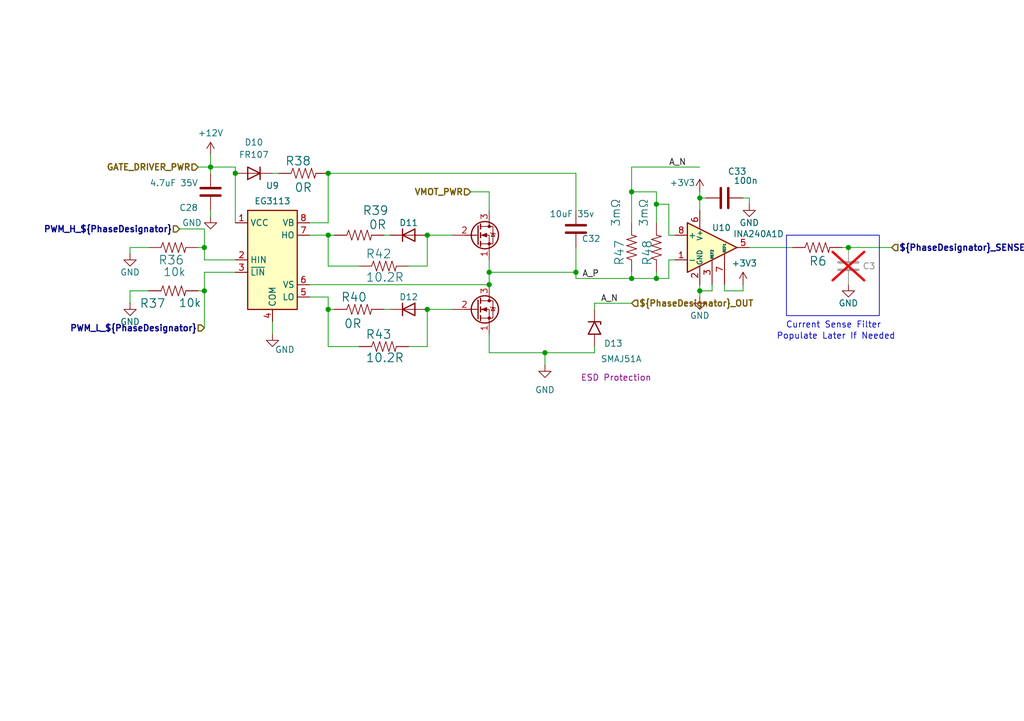
<source format=kicad_sch>
(kicad_sch (version 20231120) (generator "eeschema") (generator_version "8.0")
  (paper "A5")
  (title_block (title "BLDC Starting Point") (comment 1 "Florian, Josh and EMF Group Release"))
  (lib_symbols
    (symbol "Amplifier_Current:INA240A1D" (pin_names (offset 0.127))
      (property "Reference" "U" (at 3.81 3.81 0))
      (property "Value" "INA240A1D" (at 3.81 -2.54 0))
      (symbol "INA240A1D_0_1"
        (polyline (pts (xy 5.08 0) (xy -5.08 5.08) (xy -5.08 -5.08) (xy 5.08 0)) (stroke (width 0.254)) (fill (type background)))
      )
      (symbol "INA240A1D_1_1"
        (pin input line (at -7.62 -2.54 0) (length 2.54) (name "-") (number "1"))
        (pin power_in line (at -2.54 -7.62 90) (length 3.81) (name "GND") (number "2"))
        (pin passive line (at 0 -7.62 90) (length 5.08) (name "REF2") (number "3"))
        (pin passive line (at -2.54 -7.62 90) (length 3.81) hide (name "GND") (number "4"))
        (pin output line (at 7.62 0 180) (length 2.54) (name "~") (number "5"))
        (pin power_in line (at -2.54 7.62 270) (length 3.81) (name "V+") (number "6"))
        (pin passive line (at 2.54 -7.62 90) (length 6.35) (name "REF1") (number "7"))
        (pin input line (at -7.62 2.54 0) (length 2.54) (name "+") (number "8"))
      )
    )
    (symbol "Device:C" (pin_numbers hide) (pin_names (offset 0.254))
      (property "Reference" "C" (at 0.635 2.54 0))
      (property "Value" "C" (at 0.635 -2.54 0))
      (symbol "C_0_1"
        (polyline (pts (xy -2.032 -0.762) (xy 2.032 -0.762)) (stroke (width 0.508)))
        (polyline (pts (xy -2.032 0.762) (xy 2.032 0.762)) (stroke (width 0.508)))
      )
      (symbol "C_1_1"
        (pin passive line (at 0 3.81 270) (length 2.794) (name "~") (number "1"))
        (pin passive line (at 0 -3.81 90) (length 2.794) (name "~") (number "2"))
      )
    )
    (symbol "Device:D" (pin_numbers hide) (pin_names (offset 1.016) hide)
      (property "Reference" "D" (at 0 2.54 0))
      (property "Value" "D" (at 0 -2.54 0))
      (symbol "D_0_1"
        (polyline (pts (xy -1.27 1.27) (xy -1.27 -1.27)) (stroke (width 0.254)))
        (polyline (pts (xy 1.27 0) (xy -1.27 0)))
        (polyline (pts (xy 1.27 1.27) (xy 1.27 -1.27) (xy -1.27 0) (xy 1.27 1.27)) (stroke (width 0.254)))
      )
      (symbol "D_1_1"
        (pin passive line (at -3.81 0 0) (length 2.54) (name "K") (number "1"))
        (pin passive line (at 3.81 0 180) (length 2.54) (name "A") (number "2"))
      )
    )
    (symbol "Device:Q_NMOS_SGD" (pin_names (offset 0) hide)
      (property "Reference" "Q" (at 5.08 1.27 0))
      (property "Value" "Q_NMOS_SGD" (at 5.08 -1.27 0))
      (symbol "Q_NMOS_SGD_0_1"
        (polyline (pts (xy 0.254 0) (xy -2.54 0)))
        (polyline (pts (xy 0.254 1.905) (xy 0.254 -1.905)) (stroke (width 0.254)))
        (polyline (pts (xy 0.762 -1.27) (xy 0.762 -2.286)) (stroke (width 0.254)))
        (polyline (pts (xy 0.762 0.508) (xy 0.762 -0.508)) (stroke (width 0.254)))
        (polyline (pts (xy 0.762 2.286) (xy 0.762 1.27)) (stroke (width 0.254)))
        (polyline (pts (xy 2.54 2.54) (xy 2.54 1.778)))
        (polyline (pts (xy 2.54 -2.54) (xy 2.54 0) (xy 0.762 0)))
        (polyline (pts (xy 0.762 -1.778) (xy 3.302 -1.778) (xy 3.302 1.778) (xy 0.762 1.778)))
        (polyline (pts (xy 1.016 0) (xy 2.032 0.381) (xy 2.032 -0.381) (xy 1.016 0)) (fill (type outline)))
        (polyline (pts (xy 2.794 0.508) (xy 2.921 0.381) (xy 3.683 0.381) (xy 3.81 0.254)))
        (polyline (pts (xy 3.302 0.381) (xy 2.921 -0.254) (xy 3.683 -0.254) (xy 3.302 0.381)))
        (circle (center 1.651 0) (radius 2.794) (stroke (width 0.254)))
        (circle (center 2.54 -1.778) (radius 0.254) (fill (type outline)))
        (circle (center 2.54 1.778) (radius 0.254) (fill (type outline)))
      )
      (symbol "Q_NMOS_SGD_1_1"
        (pin passive line (at 2.54 -5.08 90) (length 2.54) (name "S") (number "1"))
        (pin input line (at -5.08 0 0) (length 5.08) (name "G") (number "2"))
        (pin passive line (at 2.54 5.08 270) (length 2.54) (name "D") (number "3"))
      )
    )
    (symbol "Diode:SMF54A" (pin_numbers hide) (pin_names (offset 1.016) hide)
      (property "Reference" "D" (at 0 2.54 0))
      (property "Value" "SMF54A" (at 0 -2.54 0))
      (symbol "SMF54A_0_1"
        (polyline (pts (xy -0.762 1.27) (xy -1.27 1.27) (xy -1.27 -1.27)) (stroke (width 0.254)))
        (polyline (pts (xy 1.27 1.27) (xy 1.27 -1.27) (xy -1.27 0) (xy 1.27 1.27)) (stroke (width 0.254)))
      )
      (symbol "SMF54A_1_1"
        (pin passive line (at -3.81 0 0) (length 2.54) (name "A1") (number "1"))
        (pin passive line (at 3.81 0 180) (length 2.54) (name "A2") (number "2"))
      )
    )
    (symbol "MotorBuck:EG2131"
      (property "Reference" "U101" (at 2.0194 15.24 0))
      (property "Value" "ABCDEF" (at 2.0194 12.7 0))
      (symbol "EG2131_0_1"
        (rectangle (start -5.08 -10.16) (end 5.08 10.16) (stroke (width 0.254)) (fill (type background)))
      )
      (symbol "EG2131_1_1"
        (pin power_in line (at -7.62 7.62 0) (length 2.54) (name "VCC") (number "1"))
        (pin input line (at -7.62 0 0) (length 2.54) (name "HIN") (number "2"))
        (pin input line (at -7.62 -2.54 0) (length 2.54) (name "~{LIN}") (number "3"))
        (pin power_in line (at 0 -12.7 90) (length 2.54) (name "COM") (number "4"))
        (pin output line (at 7.62 -7.62 180) (length 2.54) (name "LO") (number "5"))
        (pin passive line (at 7.62 -5.08 180) (length 2.54) (name "VS") (number "6"))
        (pin output line (at 7.62 5.08 180) (length 2.54) (name "HO") (number "7"))
        (pin passive line (at 7.62 7.62 180) (length 2.54) (name "VB") (number "8"))
      )
    )
    (symbol "MotorController:TAYLOR_RESISTOR" (pin_numbers hide) (pin_names (offset 1.016) hide)
      (property "Reference" "R" (at -3.81 1.4986 0))
      (property "Value" "TAYLOR_RESISTOR" (at -3.81 -3.302 0))
      (symbol "TAYLOR_RESISTOR_1_0"
        (polyline (pts (xy -2.54 0) (xy -2.159 1.016)))
        (polyline (pts (xy -2.159 1.016) (xy -1.524 -1.016)))
        (polyline (pts (xy -1.524 -1.016) (xy -0.889 1.016)))
        (polyline (pts (xy -0.889 1.016) (xy -0.254 -1.016)))
        (polyline (pts (xy -0.254 -1.016) (xy 0.381 1.016)))
        (polyline (pts (xy 0.381 1.016) (xy 1.016 -1.016)))
        (polyline (pts (xy 1.016 -1.016) (xy 1.651 1.016)))
        (polyline (pts (xy 1.651 1.016) (xy 2.286 -1.016)))
        (polyline (pts (xy 2.286 -1.016) (xy 2.54 0)))
      )
      (symbol "TAYLOR_RESISTOR_1_1"
        (pin passive line (at -5.08 0 0) (length 2.54) (name "1") (number "1"))
        (pin passive line (at 5.08 0 180) (length 2.54) (name "2") (number "2"))
      )
    )
    (symbol "power:+12V" (power) (pin_numbers hide) (pin_names (offset 0) hide)
      (property "Value" "+12V" (at 0 3.556 0))
      (symbol "+12V_0_1"
        (polyline (pts (xy -0.762 1.27) (xy 0 2.54)))
        (polyline (pts (xy 0 0) (xy 0 2.54)))
        (polyline (pts (xy 0 2.54) (xy 0.762 1.27)))
      )
      (symbol "+12V_1_1"
        (pin power_in line (at 0 0 90) (length 0) (name "~") (number "1"))
      )
    )
    (symbol "power:+3V3" (power) (pin_numbers hide) (pin_names (offset 0) hide)
      (property "Value" "+3V3" (at 0 3.556 0))
      (symbol "+3V3_0_1"
        (polyline (pts (xy -0.762 1.27) (xy 0 2.54)))
        (polyline (pts (xy 0 0) (xy 0 2.54)))
        (polyline (pts (xy 0 2.54) (xy 0.762 1.27)))
      )
      (symbol "+3V3_1_1"
        (pin power_in line (at 0 0 90) (length 0) (name "~") (number "1"))
      )
    )
    (symbol "power:GND" (power) (pin_numbers hide) (pin_names (offset 0) hide)
      (property "Value" "GND" (at 0 -3.81 0))
      (symbol "GND_0_1"
        (polyline (pts (xy 0 0) (xy 0 -1.27) (xy 1.27 -1.27) (xy 0 -2.54) (xy -1.27 -1.27) (xy 0 -1.27)))
      )
      (symbol "GND_1_1"
        (pin power_in line (at 0 0 270) (length 0) (name "~") (number "1"))
      )
    )
  )
  (junction (at 41.91 50.8))
  (junction (at 143.51 59.69))
  (junction (at 87.63 48.26))
  (junction (at 129.54 39.37))
  (junction (at 67.31 48.26))
  (junction (at 67.31 35.56))
  (junction (at 67.31 63.5))
  (junction (at 134.62 57.15))
  (junction (at 87.63 63.5))
  (junction (at 143.51 40.64))
  (junction (at 43.18 34.29))
  (junction (at 173.99 50.8))
  (junction (at 41.91 59.69))
  (junction (at 48.26 35.56))
  (junction (at 111.76 72.39))
  (junction (at 129.54 57.15))
  (junction (at 134.62 41.91))
  (junction (at 100.33 55.88))
  (junction (at 100.33 58.42))
  (junction (at 118.11 55.88))
  (wire (pts (xy 118.11 55.88) (xy 118.11 50.8)))
  (wire (pts (xy 148.59 58.42) (xy 148.59 59.69)))
  (wire (pts (xy 143.51 59.69) (xy 146.05 59.69)))
  (wire (pts (xy 152.4 40.64) (xy 153.67 40.64)))
  (wire (pts (xy 63.5 45.72) (xy 67.31 45.72)))
  (wire (pts (xy 134.62 55.88) (xy 134.62 57.15)))
  (wire (pts (xy 41.91 53.34) (xy 48.26 53.34)))
  (wire (pts (xy 146.05 58.42) (xy 146.05 59.69)))
  (wire (pts (xy 63.5 60.96) (xy 67.31 60.96)))
  (wire (pts (xy 143.51 40.64) (xy 143.51 43.18)))
  (wire (pts (xy 134.62 57.15) (xy 137.16 57.15)))
  (wire (pts (xy 96.52 39.37) (xy 100.33 39.37)))
  (wire (pts (xy 143.51 40.64) (xy 144.78 40.64)))
  (wire (pts (xy 100.33 68.58) (xy 100.33 72.39)))
  (wire (pts (xy 100.33 39.37) (xy 100.33 43.18)))
  (wire (pts (xy 40.64 59.69) (xy 41.91 59.69)))
  (wire (pts (xy 87.63 63.5) (xy 87.63 71.12)))
  (wire (pts (xy 67.31 63.5) (xy 68.58 63.5)))
  (wire (pts (xy 121.92 62.23) (xy 129.54 62.23)))
  (wire (pts (xy 67.31 48.26) (xy 68.58 48.26)))
  (wire (pts (xy 153.67 40.64) (xy 153.67 41.91)))
  (wire (pts (xy 87.63 48.26) (xy 87.63 54.61)))
  (wire (pts (xy 118.11 55.88) (xy 118.11 57.15)))
  (wire (pts (xy 129.54 55.88) (xy 129.54 57.15)))
  (wire (pts (xy 152.4 58.42) (xy 152.4 59.69)))
  (wire (pts (xy 137.16 41.91) (xy 137.16 48.26)))
  (wire (pts (xy 129.54 57.15) (xy 134.62 57.15)))
  (wire (pts (xy 26.67 59.69) (xy 30.48 59.69)))
  (wire (pts (xy 92.71 63.5) (xy 87.63 63.5)))
  (wire (pts (xy 137.16 53.34) (xy 138.43 53.34)))
  (wire (pts (xy 111.76 72.39) (xy 121.92 72.39)))
  (wire (pts (xy 67.31 60.96) (xy 67.31 63.5)))
  (wire (pts (xy 143.51 58.42) (xy 143.51 59.69)))
  (wire (pts (xy 41.91 55.88) (xy 48.26 55.88)))
  (wire (pts (xy 63.5 58.42) (xy 100.33 58.42)))
  (wire (pts (xy 63.5 48.26) (xy 67.31 48.26)))
  (wire (pts (xy 40.64 50.8) (xy 41.91 50.8)))
  (wire (pts (xy 87.63 71.12) (xy 83.82 71.12)))
  (wire (pts (xy 41.91 50.8) (xy 41.91 53.34)))
  (wire (pts (xy 100.33 53.34) (xy 100.33 55.88)))
  (wire (pts (xy 80.01 63.5) (xy 78.74 63.5)))
  (wire (pts (xy 48.26 35.56) (xy 48.26 45.72)))
  (wire (pts (xy 26.67 59.69) (xy 26.67 62.23)))
  (wire (pts (xy 40.64 34.29) (xy 43.18 34.29)))
  (wire (pts (xy 41.91 59.69) (xy 41.91 67.31)))
  (wire (pts (xy 87.63 54.61) (xy 83.82 54.61)))
  (wire (pts (xy 26.67 50.8) (xy 26.67 52.07)))
  (wire (pts (xy 111.76 72.39) (xy 111.76 74.93)))
  (wire (pts (xy 172.72 50.8) (xy 173.99 50.8)))
  (wire (pts (xy 43.18 43.18) (xy 43.18 44.45)))
  (wire (pts (xy 67.31 35.56) (xy 67.31 45.72)))
  (wire (pts (xy 55.88 66.04) (xy 55.88 68.58)))
  (wire (pts (xy 143.51 59.69) (xy 143.51 60.96)))
  (wire (pts (xy 121.92 62.23) (xy 121.92 63.5)))
  (wire (pts (xy 129.54 39.37) (xy 134.62 39.37)))
  (wire (pts (xy 41.91 46.99) (xy 41.91 50.8)))
  (wire (pts (xy 36.83 46.99) (xy 41.91 46.99)))
  (wire (pts (xy 148.59 59.69) (xy 152.4 59.69)))
  (wire (pts (xy 129.54 39.37) (xy 129.54 45.72)))
  (wire (pts (xy 137.16 48.26) (xy 138.43 48.26)))
  (wire (pts (xy 41.91 55.88) (xy 41.91 59.69)))
  (wire (pts (xy 43.18 31.75) (xy 43.18 34.29)))
  (wire (pts (xy 118.11 57.15) (xy 129.54 57.15)))
  (wire (pts (xy 134.62 41.91) (xy 134.62 45.72)))
  (wire (pts (xy 129.54 34.29) (xy 143.51 34.29)))
  (wire (pts (xy 67.31 63.5) (xy 67.31 71.12)))
  (wire (pts (xy 129.54 39.37) (xy 129.54 34.29)))
  (wire (pts (xy 153.67 50.8) (xy 162.56 50.8)))
  (wire (pts (xy 48.26 34.29) (xy 48.26 35.56)))
  (wire (pts (xy 100.33 55.88) (xy 100.33 58.42)))
  (wire (pts (xy 87.63 48.26) (xy 92.71 48.26)))
  (wire (pts (xy 137.16 53.34) (xy 137.16 57.15)))
  (wire (pts (xy 67.31 71.12) (xy 73.66 71.12)))
  (wire (pts (xy 67.31 48.26) (xy 67.31 54.61)))
  (wire (pts (xy 134.62 39.37) (xy 134.62 41.91)))
  (wire (pts (xy 67.31 54.61) (xy 73.66 54.61)))
  (wire (pts (xy 78.74 48.26) (xy 80.01 48.26)))
  (wire (pts (xy 143.51 39.37) (xy 143.51 40.64)))
  (wire (pts (xy 26.67 50.8) (xy 30.48 50.8)))
  (wire (pts (xy 43.18 34.29) (xy 48.26 34.29)))
  (wire (pts (xy 173.99 50.8) (xy 182.88 50.8)))
  (wire (pts (xy 100.33 72.39) (xy 111.76 72.39)))
  (wire (pts (xy 43.18 34.29) (xy 43.18 35.56)))
  (wire (pts (xy 67.31 35.56) (xy 118.11 35.56)))
  (wire (pts (xy 55.88 35.56) (xy 57.15 35.56)))
  (wire (pts (xy 121.92 71.12) (xy 121.92 72.39)))
  (wire (pts (xy 134.62 41.91) (xy 137.16 41.91)))
  (wire (pts (xy 118.11 43.18) (xy 118.11 35.56)))
  (wire (pts (xy 100.33 55.88) (xy 118.11 55.88)))
  (rectangle (start 161.29 48.26) (end 180.34 64.77))
  (text "Populate Later If Needed" (at 171.45 69.088 0) (effects (font (size 1.27 1.27))))
  (text "Current Sense Filter" (at 170.942 66.802 0) (effects (font (size 1.27 1.27))))
  (label "A_N" (at 123.19 62.23 0))
  (label "A_P" (at 119.38 57.15 0))
  (label "A_N" (at 137.16 34.29 0))
  (hierarchical_label "${PhaseDesignator}_SENSE" (shape input) (at 182.88 50.8 0) (effects (font (bold yes))))
  (hierarchical_label "${PhaseDesignator}_OUT" (shape input) (at 129.54 62.23 0) (effects (font (bold yes))))
  (hierarchical_label "GATE_DRIVER_PWR" (shape input) (at 40.64 34.29 180) (effects (font (bold yes))))
  (hierarchical_label "PWM_L_${PhaseDesignator}" (shape input) (at 41.91 67.31 180) (effects (font (bold yes))))
  (hierarchical_label "PWM_H_${PhaseDesignator}" (shape input) (at 36.83 46.99 180) (effects (font (bold yes))))
  (hierarchical_label "VMOT_PWR" (shape input) (at 96.52 39.37 180) (effects (font (bold yes))))
  (symbol (lib_id "power:+3V3") (at 152.4 58.42 0) (mirror y) (unit 1)
    (property "Reference" "#PWR066" (effects (hide yes)))
    (property "Value" "+3V3" (at 152.654 54.0258 0))
    (property "Description" "Power symbol creates a global label with name \"+3V3\"" (effects (hide yes)))
    (instances (project "BaselineRP2040MotorController" (path "" (reference "#PWR066") (unit 1)) (path "" (reference "#PWR042") (unit 1)) (path "" (reference "#PWR054") (unit 1))))
  )
  (symbol (lib_id "power:GND") (at 55.88 68.58 0) (unit 1)
    (property "Reference" "#PWR060" (effects (hide yes)))
    (property "Value" "GND" (at 58.42 71.755 0))
    (property "Description" "Power symbol creates a global label with name \"GND\" , ground" (effects (hide yes)))
    (instances (project "BaselineRP2040MotorController" (path "" (reference "#PWR060") (unit 1)) (path "" (reference "#PWR036") (unit 1)) (path "" (reference "#PWR048") (unit 1))))
  )
  (symbol (lib_id "MotorController:TAYLOR_RESISTOR") (at 78.74 71.12 0) (unit 1)
    (property "Reference" "R43" (at 74.93 69.6214 0) (effects (font (size 1.778 1.778)) (justify left bottom)))
    (property "Value" "10.2R" (at 74.93 74.422 0) (effects (font (size 1.778 1.778)) (justify left bottom)))
    (property "Footprint" "Resistor_SMD:R_0603_1608Metric" (effects (hide yes)))
    (property "LCSC" "C2933129" (effects (hide yes)))
    (instances (project "BaselineRP2040MotorController" (path "" (reference "R43") (unit 1)) (path "" (reference "R17") (unit 1)) (path "" (reference "R30") (unit 1))))
  )
  (symbol (lib_id "MotorController:TAYLOR_RESISTOR") (at 167.64 50.8 0) (unit 1)
    (property "Reference" "R4" (at 165.862 54.61 0) (effects (font (size 1.778 1.778)) (justify left bottom)))
    (property "Value" "0" (effects (hide yes)))
    (property "Footprint" "Resistor_SMD:R_0603_1608Metric" (effects (hide yes)))
    (property "LCSC" "C2933129" (effects (hide yes)))
    (instances (project "BaselineRP2040MotorController" (path "" (reference "R6") (unit 1)) (path "" (reference "R4") (unit 1)) (path "" (reference "R5") (unit 1))))
  )
  (symbol (lib_id "Device:D") (at 52.07 35.56 180) (unit 1)
    (property "Reference" "D10" (at 52.07 29.21 0))
    (property "Value" "FR107" (at 52.07 31.75 0))
    (property "Footprint" "Diode_SMD:D_SOD-123" (effects (hide yes)))
    (property "Description" "Diode" (effects (hide yes)))
    (property "LCSC" "C511885" (effects (hide yes)))
    (property "Sim.Device" "D" (effects (hide yes)))
    (property "Sim.Pins" "1=K 2=A" (effects (hide yes)))
    (instances (project "BaselineRP2040MotorController" (path "" (reference "D10") (unit 1)) (path "" (reference "D2") (unit 1)) (path "" (reference "D6") (unit 1))))
  )
  (symbol (lib_id "power:GND") (at 173.99 58.42 0) (unit 1)
    (property "Reference" "#PWR03" (effects (hide yes)))
    (property "Value" "GND" (at 173.99 62.23 0))
    (property "Description" "Power symbol creates a global label with name \"GND\" , ground" (effects (hide yes)))
    (instances (project "BaselineRP2040MotorController" (path "" (reference "#PWR05") (unit 1)) (path "" (reference "#PWR03") (unit 1)) (path "" (reference "#PWR04") (unit 1))))
  )
  (symbol (lib_id "power:+3V3") (at 143.51 39.37 0) (mirror y) (unit 1)
    (property "Reference" "#PWR064" (effects (hide yes)))
    (property "Value" "+3V3" (at 139.954 37.5158 0))
    (property "Description" "Power symbol creates a global label with name \"+3V3\"" (effects (hide yes)))
    (instances (project "BaselineRP2040MotorController" (path "" (reference "#PWR064") (unit 1)) (path "" (reference "#PWR040") (unit 1)) (path "" (reference "#PWR052") (unit 1))))
  )
  (symbol (lib_id "Device:D") (at 83.82 48.26 0) (unit 1)
    (property "Reference" "D11" (at 83.82 45.72 0))
    (property "Value" "CDBU0130R-HF" (effects (hide yes)))
    (property "Footprint" "Diode_SMD:D_SOD-523" (effects (hide yes)))
    (property "Description" "Diode" (effects (hide yes)))
    (property "LCSC" "C2886025" (effects (hide yes)))
    (property "Sim.Device" "D" (effects (hide yes)))
    (property "Sim.Pins" "1=K 2=A" (effects (hide yes)))
    (instances (project "BaselineRP2040MotorController" (path "" (reference "D11") (unit 1)) (path "" (reference "D3") (unit 1)) (path "" (reference "D7") (unit 1))))
  )
  (symbol (lib_id "power:GND") (at 26.67 62.23 0) (unit 1)
    (property "Reference" "#PWR057" (effects (hide yes)))
    (property "Value" "GND" (at 26.67 66.04 0))
    (property "Description" "Power symbol creates a global label with name \"GND\" , ground" (effects (hide yes)))
    (instances (project "BaselineRP2040MotorController" (path "" (reference "#PWR057") (unit 1)) (path "" (reference "#PWR033") (unit 1)) (path "" (reference "#PWR045") (unit 1))))
  )
  (symbol (lib_id "power:GND") (at 153.67 41.91 0) (unit 1)
    (property "Reference" "#PWR067" (effects (hide yes)))
    (property "Value" "GND" (at 153.67 45.72 0))
    (property "Description" "Power symbol creates a global label with name \"GND\" , ground" (effects (hide yes)))
    (instances (project "BaselineRP2040MotorController" (path "" (reference "#PWR067") (unit 1)) (path "" (reference "#PWR043") (unit 1)) (path "" (reference "#PWR055") (unit 1))))
  )
  (symbol (lib_id "power:GND") (at 26.67 52.07 0) (unit 1)
    (property "Reference" "#PWR056" (effects (hide yes)))
    (property "Value" "GND" (at 26.67 55.88 0))
    (property "Description" "Power symbol creates a global label with name \"GND\" , ground" (effects (hide yes)))
    (instances (project "BaselineRP2040MotorController" (path "" (reference "#PWR056") (unit 1)) (path "" (reference "#PWR032") (unit 1)) (path "" (reference "#PWR044") (unit 1))))
  )
  (symbol (lib_id "Device:Q_NMOS_SGD") (at 97.79 48.26 0) (unit 1)
    (property "Reference" "AH3" (effects (hide yes)))
    (property "Value" "MOSFETSO-8" (effects (hide yes)))
    (property "Footprint" "[EastMakes] Mosfets:PowerPAK_SO-8_123" (effects (hide yes)))
    (property "Description" "N-MOSFET transistor, source/gate/drain" (effects (hide yes)))
    (property "LCSC" "C501507" (effects (hide yes)))
    (instances (project "BaselineRP2040MotorController" (path "" (reference "AH3") (unit 1)) (path "" (reference "AH1") (unit 1)) (path "" (reference "AH2") (unit 1))))
  )
  (symbol (lib_id "MotorController:TAYLOR_RESISTOR") (at 73.66 48.26 0) (unit 1)
    (property "Reference" "R39" (at 74.295 44.2214 0) (effects (font (size 1.778 1.778)) (justify left bottom)))
    (property "Value" "0R" (at 75.565 47.117 0) (effects (font (size 1.778 1.778)) (justify left bottom)))
    (property "Footprint" "Resistor_SMD:R_0603_1608Metric" (effects (hide yes)))
    (property "LCSC" "C21189" (effects (hide yes)))
    (instances (project "BaselineRP2040MotorController" (path "" (reference "R39") (unit 1)) (path "" (reference "R13") (unit 1)) (path "" (reference "R26") (unit 1))))
  )
  (symbol (lib_id "power:GND") (at 111.76 74.93 0) (unit 1)
    (property "Reference" "#PWR063" (effects (hide yes)))
    (property "Value" "GND" (at 111.76 80.01 0))
    (property "Description" "Power symbol creates a global label with name \"GND\" , ground" (effects (hide yes)))
    (instances (project "BaselineRP2040MotorController" (path "" (reference "#PWR063") (unit 1)) (path "" (reference "#PWR039") (unit 1)) (path "" (reference "#PWR051") (unit 1))))
  )
  (symbol (lib_id "power:GND") (at 143.51 60.96 0) (unit 1)
    (property "Reference" "#PWR065" (effects (hide yes)))
    (property "Value" "GND" (at 143.51 64.77 0))
    (property "Description" "Power symbol creates a global label with name \"GND\" , ground" (effects (hide yes)))
    (instances (project "BaselineRP2040MotorController" (path "" (reference "#PWR065") (unit 1)) (path "" (reference "#PWR041") (unit 1)) (path "" (reference "#PWR053") (unit 1))))
  )
  (symbol (lib_id "Amplifier_Current:INA240A1D") (at 146.05 50.8 0) (unit 1)
    (property "Reference" "U10" (at 147.955 46.7361 0))
    (property "Value" "INA240A1D" (at 155.575 48.0061 0))
    (property "Footprint" "Package_SO:SOIC-8_3.9x4.9mm_P1.27mm" (effects (hide yes)))
    (property "Datasheet" "http://www.ti.com/lit/ds/symlink/ina240.pdf" (effects (hide yes)))
    (property "Description" "High- and Low-Side, Bidirectional, Zero-Drift, Current-Sense Amplifier With Enhanced PWM Rejection, 20V/V, SOIC-8" (effects (hide yes)))
    (property "LCSC" "C1346458" (effects (hide yes)))
    (instances (project "BaselineRP2040MotorController" (path "" (reference "U10") (unit 1)) (path "" (reference "U6") (unit 1)) (path "" (reference "U8") (unit 1))))
  )
  (symbol (lib_id "power:GND") (at 43.18 44.45 0) (unit 1)
    (property "Reference" "#PWR059" (effects (hide yes)))
    (property "Value" "GND" (at 39.37 45.72 0))
    (property "Description" "Power symbol creates a global label with name \"GND\" , ground" (effects (hide yes)))
    (instances (project "BaselineRP2040MotorController" (path "" (reference "#PWR059") (unit 1)) (path "" (reference "#PWR035") (unit 1)) (path "" (reference "#PWR047") (unit 1))))
  )
  (symbol (lib_id "Diode:SMF54A") (at 121.92 67.31 270) (unit 1)
    (property "Reference" "D13" (at 123.825 70.485 90) (effects (justify left)))
    (property "Value" "SMAJ51A" (at 123.19 73.66 90) (effects (justify left)))
    (property "Footprint" "Diode_SMD:D_SMF" (effects (hide yes)))
    (property "Datasheet" "https://www.vishay.com/doc?85881" (effects (hide yes)))
    (property "Description" "200W unidirectional Transil Transient Voltage Suppressor, 54Vrwm, SMF" (effects (hide yes)))
    (property "LCSC" "C726760" (effects (hide yes)))
    (property "Purpose" "ESD Protection" (at 126.365 77.47 90))
    (instances (project "BaselineRP2040MotorController" (path "" (reference "D13") (unit 1)) (path "" (reference "D5") (unit 1)) (path "" (reference "D9") (unit 1))))
  )
  (symbol (lib_id "MotorController:TAYLOR_RESISTOR") (at 35.56 59.69 0) (unit 1)
    (property "Reference" "R37" (at 28.575 63.2714 0) (effects (font (size 1.778 1.778)) (justify left bottom)))
    (property "Value" "10k" (at 36.576 61.214 0) (effects (font (size 1.651 1.651)) (justify left top)))
    (property "Footprint" "Resistor_SMD:R_0603_1608Metric" (effects (hide yes)))
    (property "LCSC" "C25804" (effects (hide yes)))
    (instances (project "BaselineRP2040MotorController" (path "" (reference "R37") (unit 1)) (path "" (reference "R11") (unit 1)) (path "" (reference "R24") (unit 1))))
  )
  (symbol (lib_id "Device:D") (at 83.82 63.5 0) (unit 1)
    (property "Reference" "D12" (at 83.82 60.96 0))
    (property "Value" "CDBU0130R-HF" (effects (hide yes)))
    (property "Footprint" "Diode_SMD:D_SOD-523" (effects (hide yes)))
    (property "Description" "Diode" (effects (hide yes)))
    (property "LCSC" "C2886025" (effects (hide yes)))
    (property "Sim.Device" "D" (effects (hide yes)))
    (property "Sim.Pins" "1=K 2=A" (effects (hide yes)))
    (instances (project "BaselineRP2040MotorController" (path "" (reference "D12") (unit 1)) (path "" (reference "D4") (unit 1)) (path "" (reference "D8") (unit 1))))
  )
  (symbol (lib_id "Device:C") (at 148.59 40.64 90) (unit 1)
    (property "Reference" "C33" (at 153.1366 35.179 90) (effects (justify left)))
    (property "Value" "100n" (at 155.448 37.084 90) (effects (justify left)))
    (property "Footprint" "Capacitor_SMD:C_0603_1608Metric" (effects (hide yes)))
    (property "Description" "Unpolarized capacitor" (effects (hide yes)))
    (property "LCSC" "C14663" (effects (hide yes)))
    (instances (project "BaselineRP2040MotorController" (path "" (reference "C33") (unit 1)) (path "" (reference "C21") (unit 1)) (path "" (reference "C27") (unit 1))))
  )
  (symbol (lib_id "MotorController:TAYLOR_RESISTOR") (at 129.54 50.8 90) (unit 1)
    (property "Reference" "R47" (at 128.0414 54.61 0) (effects (font (size 1.778 1.778)) (justify left bottom)))
    (property "Value" "3mΩ" (at 125.349 46.609 0) (effects (font (size 1.651 1.651)) (justify left top)))
    (property "Footprint" "Resistor_SMD:R_2512_6332Metric" (effects (hide yes)))
    (property "LCSC" "C2688862" (effects (hide yes)))
    (instances (project "BaselineRP2040MotorController" (path "" (reference "R47") (unit 1)) (path "" (reference "R21") (unit 1)) (path "" (reference "R34") (unit 1))))
  )
  (symbol (lib_id "MotorBuck:EG2131") (at 55.88 53.34 0) (unit 1)
    (property "Reference" "U9" (at 55.88 38.1 0))
    (property "Value" "EG3113" (at 55.88 41.275 0))
    (property "Footprint" "Package_SO:SOIC-8_3.9x4.9mm_P1.27mm" (effects (hide yes)))
    (property "Datasheet" "https://datasheet.lcsc.com/lcsc/1810101844_EG-Micro-EG2131_C193777.pdf" (effects (hide yes)))
    (property "LCSC" "C480666" (effects (hide yes)))
    (instances (project "BaselineRP2040MotorController" (path "" (reference "U9") (unit 1)) (path "" (reference "U5") (unit 1)) (path "" (reference "U7") (unit 1))))
  )
  (symbol (lib_id "MotorController:TAYLOR_RESISTOR") (at 134.62 50.8 90) (unit 1)
    (property "Reference" "R48" (at 133.7564 54.61 0) (effects (font (size 1.778 1.778)) (justify left bottom)))
    (property "Value" "3mΩ" (at 131.064 46.609 0) (effects (font (size 1.651 1.651)) (justify left top)))
    (property "Footprint" "Resistor_SMD:R_2512_6332Metric" (effects (hide yes)))
    (property "LCSC" "C2688862" (effects (hide yes)))
    (instances (project "BaselineRP2040MotorController" (path "" (reference "R48") (unit 1)) (path "" (reference "R22") (unit 1)) (path "" (reference "R35") (unit 1))))
  )
  (symbol (lib_id "MotorController:TAYLOR_RESISTOR") (at 73.66 63.5 0) (unit 1)
    (property "Reference" "R40" (at 69.85 62.0014 0) (effects (font (size 1.778 1.778)) (justify left bottom)))
    (property "Value" "0R" (at 70.485 67.437 0) (effects (font (size 1.778 1.778)) (justify left bottom)))
    (property "Footprint" "Resistor_SMD:R_0603_1608Metric" (effects (hide yes)))
    (property "LCSC" "C21189" (effects (hide yes)))
    (instances (project "BaselineRP2040MotorController" (path "" (reference "R40") (unit 1)) (path "" (reference "R14") (unit 1)) (path "" (reference "R27") (unit 1))))
  )
  (symbol (lib_id "MotorController:TAYLOR_RESISTOR") (at 78.74 54.61 0) (unit 1)
    (property "Reference" "R42" (at 74.93 53.1114 0) (effects (font (size 1.778 1.778)) (justify left bottom)))
    (property "Value" "10.2R" (at 74.93 57.912 0) (effects (font (size 1.778 1.778)) (justify left bottom)))
    (property "Footprint" "Resistor_SMD:R_0603_1608Metric" (effects (hide yes)))
    (property "LCSC" "C2933129" (effects (hide yes)))
    (instances (project "BaselineRP2040MotorController" (path "" (reference "R42") (unit 1)) (path "" (reference "R16") (unit 1)) (path "" (reference "R29") (unit 1))))
  )
  (symbol (lib_id "Device:C") (at 173.99 54.61 180) (unit 1) (dnp yes)
    (property "Reference" "C1" (at 179.578 54.61 0) (effects (justify left)))
    (property "Value" "0" (effects (hide yes)))
    (property "Footprint" "Capacitor_SMD:C_0603_1608Metric" (effects (hide yes)))
    (property "Description" "Unpolarized capacitor" (effects (hide yes)))
    (property "LCSC" "C14663" (effects (hide yes)))
    (instances (project "BaselineRP2040MotorController" (path "" (reference "C3") (unit 1)) (path "" (reference "C1") (unit 1)) (path "" (reference "C2") (unit 1))))
  )
  (symbol (lib_id "Device:C") (at 43.18 39.37 180) (unit 1)
    (property "Reference" "C28" (at 40.64 41.91 0) (effects (justify left bottom)))
    (property "Value" "4.7uF 35V" (at 40.64 36.83 0) (effects (justify left bottom)))
    (property "Footprint" "Capacitor_SMD:C_0603_1608Metric" (effects (hide yes)))
    (property "Description" "Unpolarized capacitor" (effects (hide yes)))
    (property "LCSC" "C162274" (effects (hide yes)))
    (instances (project "BaselineRP2040MotorController" (path "" (reference "C28") (unit 1)) (path "" (reference "C16") (unit 1)) (path "" (reference "C22") (unit 1))))
  )
  (symbol (lib_id "Device:C") (at 118.11 46.99 180) (unit 1)
    (property "Reference" "C32" (at 123.19 48.26 0) (effects (justify left bottom)))
    (property "Value" "10uF 35v" (at 121.92 43.18 0) (effects (justify left bottom)))
    (property "Footprint" "Capacitor_SMD:C_0603_1608Metric" (effects (hide yes)))
    (property "Description" "Unpolarized capacitor" (effects (hide yes)))
    (property "LCSC" "C194427" (effects (hide yes)))
    (instances (project "BaselineRP2040MotorController" (path "" (reference "C32") (unit 1)) (path "" (reference "C20") (unit 1)) (path "" (reference "C26") (unit 1))))
  )
  (symbol (lib_id "Device:Q_NMOS_SGD") (at 97.79 63.5 0) (unit 1)
    (property "Reference" "AL3" (effects (hide yes)))
    (property "Value" "MOSFETSO-8" (effects (hide yes)))
    (property "Footprint" "[EastMakes] Mosfets:PowerPAK_SO-8_123" (effects (hide yes)))
    (property "Description" "N-MOSFET transistor, source/gate/drain" (effects (hide yes)))
    (property "LCSC" "C501507" (effects (hide yes)))
    (instances (project "BaselineRP2040MotorController" (path "" (reference "AL3") (unit 1)) (path "" (reference "AL1") (unit 1)) (path "" (reference "AL2") (unit 1))))
  )
  (symbol (lib_id "MotorController:TAYLOR_RESISTOR") (at 62.23 35.56 0) (unit 1)
    (property "Reference" "R38" (at 58.42 34.0614 0) (effects (font (size 1.778 1.778)) (justify left bottom)))
    (property "Value" "0R" (at 60.325 39.497 0) (effects (font (size 1.778 1.778)) (justify left bottom)))
    (property "Footprint" "Resistor_SMD:R_0603_1608Metric" (effects (hide yes)))
    (property "LCSC" "C21189" (effects (hide yes)))
    (instances (project "BaselineRP2040MotorController" (path "" (reference "R38") (unit 1)) (path "" (reference "R12") (unit 1)) (path "" (reference "R25") (unit 1))))
  )
  (symbol (lib_id "power:+12V") (at 43.18 31.75 0) (unit 1)
    (property "Reference" "#PWR058" (effects (hide yes)))
    (property "Value" "+12V" (at 43.18 27.305 0))
    (property "Description" "Power symbol creates a global label with name \"+12V\"" (effects (hide yes)))
    (instances (project "BaselineRP2040MotorController" (path "" (reference "#PWR058") (unit 1)) (path "" (reference "#PWR034") (unit 1)) (path "" (reference "#PWR046") (unit 1))))
  )
  (symbol (lib_id "MotorController:TAYLOR_RESISTOR") (at 35.56 50.8 0) (unit 1)
    (property "Reference" "R36" (at 32.385 54.3814 0) (effects (font (size 1.778 1.778)) (justify left bottom)))
    (property "Value" "10k" (at 33.401 54.864 0) (effects (font (size 1.651 1.651)) (justify left top)))
    (property "Footprint" "Resistor_SMD:R_0603_1608Metric" (effects (hide yes)))
    (property "LCSC" "C25804" (effects (hide yes)))
    (instances (project "BaselineRP2040MotorController" (path "" (reference "R36") (unit 1)) (path "" (reference "R10") (unit 1)) (path "" (reference "R23") (unit 1))))
  )
)
</source>
